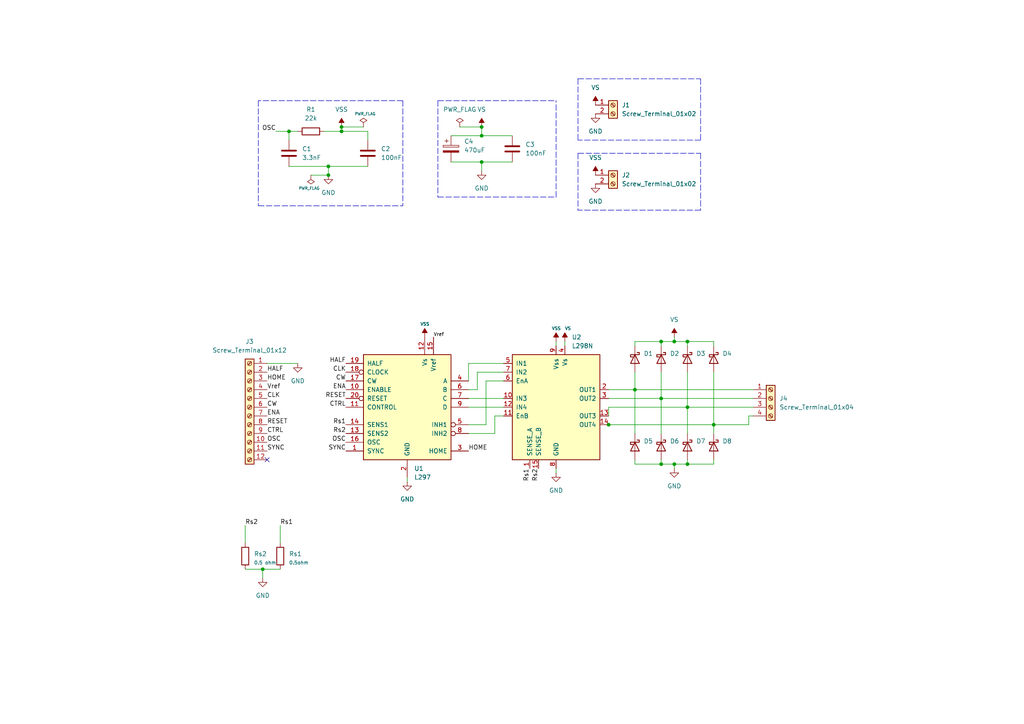
<source format=kicad_sch>
(kicad_sch (version 20211123) (generator eeschema)
  (paper "A4")
  (title_block (title "Two phase bipolar stepper motor") (date "2023-02-21") (rev "REV1") (company "My company"))
  (lib_symbols
    (symbol "Connector:Screw_Terminal_01x02" (pin_names (offset 1.016) hide)
      (property "Reference" "J" (at 0 2.54 0))
      (property "Value" "Screw_Terminal_01x02" (at 0 -5.08 0))
      (symbol "Screw_Terminal_01x02_1_1"
        (rectangle (start -1.27 1.27) (end 1.27 -3.81) (stroke (width 0.254)) (fill (type background)))
        (circle (center 0 -2.54) (radius 0.635) (stroke (width 0.1524)))
        (polyline (pts (xy -0.5334 -2.2098) (xy 0.3302 -3.048)) (stroke (width 0.1524)))
        (polyline (pts (xy -0.5334 0.3302) (xy 0.3302 -0.508)) (stroke (width 0.1524)))
        (polyline (pts (xy -0.3556 -2.032) (xy 0.508 -2.8702)) (stroke (width 0.1524)))
        (polyline (pts (xy -0.3556 0.508) (xy 0.508 -0.3302)) (stroke (width 0.1524)))
        (circle (center 0 0) (radius 0.635) (stroke (width 0.1524)))
        (pin passive line (at -5.08 0 0) (length 3.81) (name "Pin_1") (number "1"))
        (pin passive line (at -5.08 -2.54 0) (length 3.81) (name "Pin_2") (number "2"))
      )
    )
    (symbol "Connector:Screw_Terminal_01x04" (pin_names (offset 1.016) hide)
      (property "Reference" "J" (at 0 5.08 0))
      (property "Value" "Screw_Terminal_01x04" (at 0 -7.62 0))
      (symbol "Screw_Terminal_01x04_1_1"
        (rectangle (start -1.27 3.81) (end 1.27 -6.35) (stroke (width 0.254)) (fill (type background)))
        (circle (center 0 -5.08) (radius 0.635) (stroke (width 0.1524)))
        (circle (center 0 -2.54) (radius 0.635) (stroke (width 0.1524)))
        (polyline (pts (xy -0.5334 -4.7498) (xy 0.3302 -5.588)) (stroke (width 0.1524)))
        (polyline (pts (xy -0.5334 -2.2098) (xy 0.3302 -3.048)) (stroke (width 0.1524)))
        (polyline (pts (xy -0.5334 0.3302) (xy 0.3302 -0.508)) (stroke (width 0.1524)))
        (polyline (pts (xy -0.5334 2.8702) (xy 0.3302 2.032)) (stroke (width 0.1524)))
        (polyline (pts (xy -0.3556 -4.572) (xy 0.508 -5.4102)) (stroke (width 0.1524)))
        (polyline (pts (xy -0.3556 -2.032) (xy 0.508 -2.8702)) (stroke (width 0.1524)))
        (polyline (pts (xy -0.3556 0.508) (xy 0.508 -0.3302)) (stroke (width 0.1524)))
        (polyline (pts (xy -0.3556 3.048) (xy 0.508 2.2098)) (stroke (width 0.1524)))
        (circle (center 0 0) (radius 0.635) (stroke (width 0.1524)))
        (circle (center 0 2.54) (radius 0.635) (stroke (width 0.1524)))
        (pin passive line (at -5.08 2.54 0) (length 3.81) (name "Pin_1") (number "1"))
        (pin passive line (at -5.08 0 0) (length 3.81) (name "Pin_2") (number "2"))
        (pin passive line (at -5.08 -2.54 0) (length 3.81) (name "Pin_3") (number "3"))
        (pin passive line (at -5.08 -5.08 0) (length 3.81) (name "Pin_4") (number "4"))
      )
    )
    (symbol "Connector:Screw_Terminal_01x12" (pin_names (offset 1.016) hide)
      (property "Reference" "J" (at 0 15.24 0))
      (property "Value" "Screw_Terminal_01x12" (at 0 -17.78 0))
      (symbol "Screw_Terminal_01x12_1_1"
        (rectangle (start -1.27 13.97) (end 1.27 -16.51) (stroke (width 0.254)) (fill (type background)))
        (circle (center 0 -15.24) (radius 0.635) (stroke (width 0.1524)))
        (circle (center 0 -12.7) (radius 0.635) (stroke (width 0.1524)))
        (circle (center 0 -10.16) (radius 0.635) (stroke (width 0.1524)))
        (circle (center 0 -7.62) (radius 0.635) (stroke (width 0.1524)))
        (circle (center 0 -5.08) (radius 0.635) (stroke (width 0.1524)))
        (circle (center 0 -2.54) (radius 0.635) (stroke (width 0.1524)))
        (polyline (pts (xy -0.5334 -14.9098) (xy 0.3302 -15.748)) (stroke (width 0.1524)))
        (polyline (pts (xy -0.5334 -12.3698) (xy 0.3302 -13.208)) (stroke (width 0.1524)))
        (polyline (pts (xy -0.5334 -9.8298) (xy 0.3302 -10.668)) (stroke (width 0.1524)))
        (polyline (pts (xy -0.5334 -7.2898) (xy 0.3302 -8.128)) (stroke (width 0.1524)))
        (polyline (pts (xy -0.5334 -4.7498) (xy 0.3302 -5.588)) (stroke (width 0.1524)))
        (polyline (pts (xy -0.5334 -2.2098) (xy 0.3302 -3.048)) (stroke (width 0.1524)))
        (polyline (pts (xy -0.5334 0.3302) (xy 0.3302 -0.508)) (stroke (width 0.1524)))
        (polyline (pts (xy -0.5334 2.8702) (xy 0.3302 2.032)) (stroke (width 0.1524)))
        (polyline (pts (xy -0.5334 5.4102) (xy 0.3302 4.572)) (stroke (width 0.1524)))
        (polyline (pts (xy -0.5334 7.9502) (xy 0.3302 7.112)) (stroke (width 0.1524)))
        (polyline (pts (xy -0.5334 10.4902) (xy 0.3302 9.652)) (stroke (width 0.1524)))
        (polyline (pts (xy -0.5334 13.0302) (xy 0.3302 12.192)) (stroke (width 0.1524)))
        (polyline (pts (xy -0.3556 -14.732) (xy 0.508 -15.5702)) (stroke (width 0.1524)))
        (polyline (pts (xy -0.3556 -12.192) (xy 0.508 -13.0302)) (stroke (width 0.1524)))
        (polyline (pts (xy -0.3556 -9.652) (xy 0.508 -10.4902)) (stroke (width 0.1524)))
        (polyline (pts (xy -0.3556 -7.112) (xy 0.508 -7.9502)) (stroke (width 0.1524)))
        (polyline (pts (xy -0.3556 -4.572) (xy 0.508 -5.4102)) (stroke (width 0.1524)))
        (polyline (pts (xy -0.3556 -2.032) (xy 0.508 -2.8702)) (stroke (width 0.1524)))
        (polyline (pts (xy -0.3556 0.508) (xy 0.508 -0.3302)) (stroke (width 0.1524)))
        (polyline (pts (xy -0.3556 3.048) (xy 0.508 2.2098)) (stroke (width 0.1524)))
        (polyline (pts (xy -0.3556 5.588) (xy 0.508 4.7498)) (stroke (width 0.1524)))
        (polyline (pts (xy -0.3556 8.128) (xy 0.508 7.2898)) (stroke (width 0.1524)))
        (polyline (pts (xy -0.3556 10.668) (xy 0.508 9.8298)) (stroke (width 0.1524)))
        (polyline (pts (xy -0.3556 13.208) (xy 0.508 12.3698)) (stroke (width 0.1524)))
        (circle (center 0 0) (radius 0.635) (stroke (width 0.1524)))
        (circle (center 0 2.54) (radius 0.635) (stroke (width 0.1524)))
        (circle (center 0 5.08) (radius 0.635) (stroke (width 0.1524)))
        (circle (center 0 7.62) (radius 0.635) (stroke (width 0.1524)))
        (circle (center 0 10.16) (radius 0.635) (stroke (width 0.1524)))
        (circle (center 0 12.7) (radius 0.635) (stroke (width 0.1524)))
        (pin passive line (at -5.08 12.7 0) (length 3.81) (name "Pin_1") (number "1"))
        (pin passive line (at -5.08 -10.16 0) (length 3.81) (name "Pin_10") (number "10"))
        (pin passive line (at -5.08 -12.7 0) (length 3.81) (name "Pin_11") (number "11"))
        (pin passive line (at -5.08 -15.24 0) (length 3.81) (name "Pin_12") (number "12"))
        (pin passive line (at -5.08 10.16 0) (length 3.81) (name "Pin_2") (number "2"))
        (pin passive line (at -5.08 7.62 0) (length 3.81) (name "Pin_3") (number "3"))
        (pin passive line (at -5.08 5.08 0) (length 3.81) (name "Pin_4") (number "4"))
        (pin passive line (at -5.08 2.54 0) (length 3.81) (name "Pin_5") (number "5"))
        (pin passive line (at -5.08 0 0) (length 3.81) (name "Pin_6") (number "6"))
        (pin passive line (at -5.08 -2.54 0) (length 3.81) (name "Pin_7") (number "7"))
        (pin passive line (at -5.08 -5.08 0) (length 3.81) (name "Pin_8") (number "8"))
        (pin passive line (at -5.08 -7.62 0) (length 3.81) (name "Pin_9") (number "9"))
      )
    )
    (symbol "Device:C" (pin_numbers hide) (pin_names (offset 0.254))
      (property "Reference" "C" (at 0.635 2.54 0))
      (property "Value" "C" (at 0.635 -2.54 0))
      (symbol "C_0_1"
        (polyline (pts (xy -2.032 -0.762) (xy 2.032 -0.762)) (stroke (width 0.508)))
        (polyline (pts (xy -2.032 0.762) (xy 2.032 0.762)) (stroke (width 0.508)))
      )
      (symbol "C_1_1"
        (pin passive line (at 0 3.81 270) (length 2.794) (name "~") (number "1"))
        (pin passive line (at 0 -3.81 90) (length 2.794) (name "~") (number "2"))
      )
    )
    (symbol "Device:C_Polarized" (pin_numbers hide) (pin_names (offset 0.254))
      (property "Reference" "C" (at 0.635 2.54 0))
      (property "Value" "C_Polarized" (at 0.635 -2.54 0))
      (symbol "C_Polarized_0_1"
        (rectangle (start -2.286 0.508) (end 2.286 1.016))
        (polyline (pts (xy -1.778 2.286) (xy -0.762 2.286)))
        (polyline (pts (xy -1.27 2.794) (xy -1.27 1.778)))
        (rectangle (start 2.286 -0.508) (end -2.286 -1.016) (fill (type outline)))
      )
      (symbol "C_Polarized_1_1"
        (pin passive line (at 0 3.81 270) (length 2.794) (name "~") (number "1"))
        (pin passive line (at 0 -3.81 90) (length 2.794) (name "~") (number "2"))
      )
    )
    (symbol "Device:D_Schottky" (pin_numbers hide) (pin_names (offset 1.016) hide)
      (property "Reference" "D" (at 0 2.54 0))
      (property "Value" "D_Schottky" (at 0 -2.54 0))
      (symbol "D_Schottky_0_1"
        (polyline (pts (xy 1.27 0) (xy -1.27 0)))
        (polyline (pts (xy 1.27 1.27) (xy 1.27 -1.27) (xy -1.27 0) (xy 1.27 1.27)) (stroke (width 0.254)))
        (polyline (pts (xy -1.905 0.635) (xy -1.905 1.27) (xy -1.27 1.27) (xy -1.27 -1.27) (xy -0.635 -1.27) (xy -0.635 -0.635)) (stroke (width 0.254)))
      )
      (symbol "D_Schottky_1_1"
        (pin passive line (at -3.81 0 0) (length 2.54) (name "K") (number "1"))
        (pin passive line (at 3.81 0 180) (length 2.54) (name "A") (number "2"))
      )
    )
    (symbol "Device:R" (pin_numbers hide) (pin_names (offset 0))
      (property "Reference" "R" (at 2.032 0 90))
      (property "Value" "R" (at 0 0 90))
      (symbol "R_0_1"
        (rectangle (start -1.016 -2.54) (end 1.016 2.54) (stroke (width 0.254)))
      )
      (symbol "R_1_1"
        (pin passive line (at 0 3.81 270) (length 1.27) (name "~") (number "1"))
        (pin passive line (at 0 -3.81 90) (length 1.27) (name "~") (number "2"))
      )
    )
    (symbol "Driver_Motor:L297" (pin_names (offset 1.016))
      (property "Reference" "U" (at -6.35 19.05 0))
      (property "Value" "L297" (at -6.35 16.51 0))
      (symbol "L297_0_1"
        (rectangle (start -12.7 15.24) (end 12.7 -15.24) (stroke (width 0.254)) (fill (type background)))
      )
      (symbol "L297_1_0"
        (pin input line (at -17.78 0 0) (length 5.08) (name "CONTROL") (number "11"))
        (pin power_in line (at 5.08 20.32 270) (length 5.08) (name "Vs") (number "12"))
        (pin input line (at -17.78 -7.62 0) (length 5.08) (name "SENS2") (number "13"))
        (pin input line (at -17.78 -5.08 0) (length 5.08) (name "SENS1") (number "14"))
        (pin input line (at 7.62 20.32 270) (length 5.08) (name "Vref") (number "15"))
        (pin input line (at -17.78 -10.16 0) (length 5.08) (name "OSC") (number "16"))
        (pin input line (at -17.78 7.62 0) (length 5.08) (name "CW") (number "17"))
        (pin input inverted (at -17.78 10.16 0) (length 5.08) (name "CLOCK") (number "18"))
        (pin input line (at -17.78 12.7 0) (length 5.08) (name "HALF") (number "19"))
        (pin input inverted (at -17.78 2.54 0) (length 5.08) (name "RESET") (number "20"))
      )
      (symbol "L297_1_1"
        (pin bidirectional line (at -17.78 -12.7 0) (length 5.08) (name "SYNC") (number "1"))
        (pin input line (at -17.78 5.08 0) (length 5.08) (name "ENABLE") (number "10"))
        (pin power_in line (at 0 -20.32 90) (length 5.08) (name "GND") (number "2"))
        (pin open_collector line (at 17.78 -12.7 180) (length 5.08) (name "HOME") (number "3"))
        (pin output line (at 17.78 7.62 180) (length 5.08) (name "A") (number "4"))
        (pin output inverted (at 17.78 -5.08 180) (length 5.08) (name "INH1") (number "5"))
        (pin output line (at 17.78 5.08 180) (length 5.08) (name "B") (number "6"))
        (pin output line (at 17.78 2.54 180) (length 5.08) (name "C") (number "7"))
        (pin output inverted (at 17.78 -7.62 180) (length 5.08) (name "INH2") (number "8"))
        (pin output line (at 17.78 0 180) (length 5.08) (name "D") (number "9"))
      )
    )
    (symbol "Driver_Motor:L298N" (pin_names (offset 1.016))
      (property "Reference" "U" (at -10.16 16.51 0))
      (property "Value" "L298N" (at 12.7 16.51 0))
      (symbol "L298N_0_1"
        (rectangle (start -12.7 15.24) (end 12.7 -15.24) (stroke (width 0.254)) (fill (type background)))
      )
      (symbol "L298N_1_1"
        (pin power_in line (at -7.62 -17.78 90) (length 2.54) (name "SENSE_A") (number "1"))
        (pin input line (at -15.24 2.54 0) (length 2.54) (name "IN3") (number "10"))
        (pin input line (at -15.24 -2.54 0) (length 2.54) (name "EnB") (number "11"))
        (pin input line (at -15.24 0 0) (length 2.54) (name "IN4") (number "12"))
        (pin output line (at 15.24 -2.54 180) (length 2.54) (name "OUT3") (number "13"))
        (pin output line (at 15.24 -5.08 180) (length 2.54) (name "OUT4") (number "14"))
        (pin power_in line (at -5.08 -17.78 90) (length 2.54) (name "SENSE_B") (number "15"))
        (pin output line (at 15.24 5.08 180) (length 2.54) (name "OUT1") (number "2"))
        (pin output line (at 15.24 2.54 180) (length 2.54) (name "OUT2") (number "3"))
        (pin power_in line (at 2.54 17.78 270) (length 2.54) (name "Vs") (number "4"))
        (pin input line (at -15.24 12.7 0) (length 2.54) (name "IN1") (number "5"))
        (pin input line (at -15.24 7.62 0) (length 2.54) (name "EnA") (number "6"))
        (pin input line (at -15.24 10.16 0) (length 2.54) (name "IN2") (number "7"))
        (pin power_in line (at 0 -17.78 90) (length 2.54) (name "GND") (number "8"))
        (pin power_in line (at 0 17.78 270) (length 2.54) (name "Vss") (number "9"))
      )
    )
    (symbol "power:GND" (power) (pin_names (offset 0))
      (property "Value" "GND" (at 0 -3.81 0))
      (symbol "GND_0_1"
        (polyline (pts (xy 0 0) (xy 0 -1.27) (xy 1.27 -1.27) (xy 0 -2.54) (xy -1.27 -1.27) (xy 0 -1.27)))
      )
      (symbol "GND_1_1"
        (pin power_in line (at 0 0 270) (length 0) hide (name "GND") (number "1"))
      )
    )
    (symbol "power:PWR_FLAG" (power) (pin_numbers hide) (pin_names (offset 0) hide)
      (property "Value" "PWR_FLAG" (at 0 3.81 0))
      (symbol "PWR_FLAG_0_0"
        (pin power_out line (at 0 0 90) (length 0) (name "pwr") (number "1"))
      )
      (symbol "PWR_FLAG_0_1"
        (polyline (pts (xy 0 0) (xy 0 1.27) (xy -1.016 1.905) (xy 0 2.54) (xy 1.016 1.905) (xy 0 1.27)))
      )
    )
    (symbol "power:VS" (power) (pin_names (offset 0))
      (property "Value" "VS" (at 0 3.81 0))
      (symbol "VS_0_1"
        (polyline (pts (xy 0 0) (xy 0 2.54)))
        (polyline (pts (xy 0.762 1.27) (xy -0.762 1.27) (xy 0 2.54) (xy 0.762 1.27)) (fill (type outline)))
      )
      (symbol "VS_1_1"
        (pin power_in line (at 0 0 90) (length 0) hide (name "VS") (number "1"))
      )
    )
    (symbol "power:VSS" (power) (pin_names (offset 0))
      (property "Value" "VSS" (at 0 3.81 0))
      (symbol "VSS_0_1"
        (polyline (pts (xy 0 0) (xy 0 2.54)))
        (polyline (pts (xy 0.762 1.27) (xy -0.762 1.27) (xy 0 2.54) (xy 0.762 1.27)) (fill (type outline)))
      )
      (symbol "VSS_1_1"
        (pin power_in line (at 0 0 90) (length 0) hide (name "VSS") (number "1"))
      )
    )
  )
  (junction (at 195.58 134.62))
  (junction (at 191.77 134.62))
  (junction (at 207.01 123.19))
  (junction (at 184.15 113.03))
  (junction (at 191.77 115.57))
  (junction (at 199.39 118.11))
  (junction (at 139.7 39.37))
  (junction (at 195.58 99.06))
  (junction (at 95.25 50.8))
  (junction (at 199.39 99.06))
  (junction (at 199.39 134.62))
  (junction (at 83.82 38.1))
  (junction (at 76.2 165.1))
  (junction (at 139.7 46.99))
  (junction (at 176.53 123.19))
  (junction (at 191.77 99.06))
  (junction (at 99.06 38.1))
  (junction (at 139.7 36.83))
  (junction (at 99.06 36.83))
  (junction (at 95.25 48.26))
  (no_connect (at 77.47 133.35))
  (polyline (pts (xy 167.64 22.86) (xy 203.2 22.86)))
  (wire (pts (xy 191.77 99.06) (xy 195.58 99.06)))
  (polyline (pts (xy 161.29 57.15) (xy 161.29 29.21)))
  (polyline (pts (xy 74.93 59.69) (xy 116.84 59.69)))
  (wire (pts (xy 191.77 134.62) (xy 184.15 134.62)))
  (polyline (pts (xy 203.2 40.64) (xy 167.64 40.64)))
  (wire (pts (xy 106.68 38.1) (xy 106.68 40.64)))
  (wire (pts (xy 199.39 99.06) (xy 199.39 100.33)))
  (wire (pts (xy 83.82 48.26) (xy 95.25 48.26)))
  (wire (pts (xy 71.12 152.4) (xy 71.12 157.48)))
  (wire (pts (xy 176.53 115.57) (xy 191.77 115.57)))
  (wire (pts (xy 199.39 118.11) (xy 199.39 125.73)))
  (wire (pts (xy 184.15 99.06) (xy 191.77 99.06)))
  (wire (pts (xy 184.15 107.95) (xy 184.15 113.03)))
  (wire (pts (xy 143.51 125.73) (xy 135.89 125.73)))
  (wire (pts (xy 217.17 120.65) (xy 217.17 123.19)))
  (wire (pts (xy 93.98 38.1) (xy 99.06 38.1)))
  (polyline (pts (xy 127 29.21) (xy 161.29 29.21)))
  (polyline (pts (xy 116.84 29.21) (xy 116.84 59.69)))
  (wire (pts (xy 199.39 133.35) (xy 199.39 134.62)))
  (polyline (pts (xy 116.84 29.21) (xy 74.93 29.21)))
  (wire (pts (xy 139.7 46.99) (xy 139.7 49.53)))
  (wire (pts (xy 163.83 99.06) (xy 163.83 100.33)))
  (wire (pts (xy 99.06 36.83) (xy 99.06 38.1)))
  (wire (pts (xy 199.39 134.62) (xy 195.58 134.62)))
  (wire (pts (xy 207.01 99.06) (xy 207.01 100.33)))
  (wire (pts (xy 118.11 138.43) (xy 118.11 139.7)))
  (wire (pts (xy 99.06 38.1) (xy 106.68 38.1)))
  (wire (pts (xy 133.35 36.83) (xy 139.7 36.83)))
  (wire (pts (xy 140.97 123.19) (xy 135.89 123.19)))
  (wire (pts (xy 191.77 115.57) (xy 218.44 115.57)))
  (wire (pts (xy 176.53 123.19) (xy 207.01 123.19)))
  (wire (pts (xy 135.89 105.41) (xy 146.05 105.41)))
  (wire (pts (xy 195.58 99.06) (xy 199.39 99.06)))
  (polyline (pts (xy 203.2 44.45) (xy 203.2 60.96)))
  (wire (pts (xy 130.81 39.37) (xy 139.7 39.37)))
  (polyline (pts (xy 167.64 44.45) (xy 167.64 60.96)))
  (wire (pts (xy 81.28 152.4) (xy 81.28 157.48)))
  (wire (pts (xy 140.97 110.49) (xy 140.97 123.19)))
  (wire (pts (xy 199.39 118.11) (xy 218.44 118.11)))
  (wire (pts (xy 217.17 120.65) (xy 218.44 120.65)))
  (wire (pts (xy 199.39 107.95) (xy 199.39 118.11)))
  (wire (pts (xy 191.77 99.06) (xy 191.77 100.33)))
  (wire (pts (xy 76.2 165.1) (xy 81.28 165.1)))
  (polyline (pts (xy 167.64 44.45) (xy 203.2 44.45)))
  (polyline (pts (xy 203.2 22.86) (xy 203.2 40.64)))
  (wire (pts (xy 184.15 113.03) (xy 218.44 113.03)))
  (wire (pts (xy 175.26 123.19) (xy 176.53 123.19)))
  (wire (pts (xy 139.7 46.99) (xy 148.59 46.99)))
  (wire (pts (xy 207.01 123.19) (xy 217.17 123.19)))
  (wire (pts (xy 90.17 50.8) (xy 95.25 50.8)))
  (wire (pts (xy 176.53 118.11) (xy 199.39 118.11)))
  (wire (pts (xy 199.39 99.06) (xy 207.01 99.06)))
  (wire (pts (xy 161.29 135.89) (xy 161.29 137.16)))
  (wire (pts (xy 95.25 48.26) (xy 95.25 50.8)))
  (wire (pts (xy 99.06 36.83) (xy 105.41 36.83)))
  (wire (pts (xy 135.89 113.03) (xy 138.43 113.03)))
  (wire (pts (xy 77.47 105.41) (xy 86.36 105.41)))
  (wire (pts (xy 139.7 39.37) (xy 148.59 39.37)))
  (polyline (pts (xy 74.93 29.21) (xy 74.93 59.69)))
  (wire (pts (xy 184.15 133.35) (xy 184.15 134.62)))
  (wire (pts (xy 71.12 165.1) (xy 76.2 165.1)))
  (wire (pts (xy 184.15 113.03) (xy 184.15 125.73)))
  (wire (pts (xy 176.53 113.03) (xy 184.15 113.03)))
  (wire (pts (xy 195.58 134.62) (xy 195.58 135.89)))
  (wire (pts (xy 80.01 38.1) (xy 83.82 38.1)))
  (polyline (pts (xy 203.2 60.96) (xy 167.64 60.96)))
  (wire (pts (xy 146.05 120.65) (xy 143.51 120.65)))
  (wire (pts (xy 207.01 133.35) (xy 207.01 134.62)))
  (wire (pts (xy 138.43 113.03) (xy 138.43 107.95)))
  (wire (pts (xy 138.43 107.95) (xy 146.05 107.95)))
  (wire (pts (xy 176.53 120.65) (xy 176.53 118.11)))
  (wire (pts (xy 207.01 107.95) (xy 207.01 123.19)))
  (wire (pts (xy 161.29 99.06) (xy 161.29 100.33)))
  (wire (pts (xy 207.01 123.19) (xy 207.01 125.73)))
  (polyline (pts (xy 167.64 22.86) (xy 167.64 40.64)))
  (wire (pts (xy 195.58 97.79) (xy 195.58 99.06)))
  (wire (pts (xy 86.36 38.1) (xy 83.82 38.1)))
  (wire (pts (xy 130.81 46.99) (xy 139.7 46.99)))
  (wire (pts (xy 76.2 165.1) (xy 76.2 167.64)))
  (wire (pts (xy 191.77 115.57) (xy 191.77 125.73)))
  (wire (pts (xy 95.25 48.26) (xy 106.68 48.26)))
  (wire (pts (xy 135.89 115.57) (xy 146.05 115.57)))
  (wire (pts (xy 146.05 110.49) (xy 140.97 110.49)))
  (wire (pts (xy 195.58 134.62) (xy 191.77 134.62)))
  (wire (pts (xy 135.89 110.49) (xy 135.89 105.41)))
  (polyline (pts (xy 127 29.21) (xy 127 57.15)))
  (wire (pts (xy 191.77 133.35) (xy 191.77 134.62)))
  (wire (pts (xy 207.01 134.62) (xy 199.39 134.62)))
  (wire (pts (xy 143.51 120.65) (xy 143.51 125.73)))
  (wire (pts (xy 139.7 36.83) (xy 139.7 39.37)))
  (polyline (pts (xy 127 57.15) (xy 161.29 57.15)))
  (wire (pts (xy 135.89 118.11) (xy 146.05 118.11)))
  (wire (pts (xy 83.82 38.1) (xy 83.82 40.64)))
  (wire (pts (xy 184.15 100.33) (xy 184.15 99.06)))
  (wire (pts (xy 191.77 107.95) (xy 191.77 115.57)))
  (label "Rs1" (at 100.33 123.19 180))
  (label "ENA" (at 100.33 113.03 180))
  (label "Rs1" (at 81.28 152.4 0))
  (label "OSC" (at 77.47 128.27 0))
  (label "OSC" (at 100.33 128.27 180))
  (label "CLK" (at 100.33 107.95 180))
  (label "CTRL" (at 77.47 125.73 0))
  (label "OSC" (at 80.01 38.1 180))
  (label "HOME" (at 135.89 130.81 0))
  (label "Rs2" (at 71.12 152.4 0))
  (label "SYNC" (at 100.33 130.81 180))
  (label "HOME" (at 77.47 110.49 0))
  (label "Vref" (at 77.47 113.03 0))
  (label "ENA" (at 77.47 120.65 0))
  (label "Rs2" (at 100.33 125.73 180))
  (label "Vref" (at 125.73 97.79 0) (effects (font (size 1 1))))
  (label "Rs2" (at 156.21 135.89 270))
  (label "CW" (at 100.33 110.49 180))
  (label "SYNC" (at 77.47 130.81 0))
  (label "CLK" (at 77.47 115.57 0))
  (label "HALF" (at 77.47 107.95 0))
  (label "RESET" (at 77.47 123.19 0))
  (label "RESET" (at 100.33 115.57 180))
  (label "HALF" (at 100.33 105.41 180))
  (label "CW" (at 77.47 118.11 0))
  (label "Rs1" (at 153.67 135.89 270))
  (label "CTRL" (at 100.33 118.11 180))
  (symbol (lib_id "Device:D_Schottky") (at 207.01 104.14 270) (unit 1)
    (property "Reference" "D4" (at 209.55 102.5524 90) (effects (justify left)))
    (property "Value" " " (at 209.55 105.0924 90) (effects (justify left)))
  )
  (symbol (lib_id "Connector:Screw_Terminal_01x02") (at 177.8 50.8 0) (unit 1)
    (property "Reference" "J2" (at 180.34 50.7999 0) (effects (justify left)))
    (property "Value" "Screw_Terminal_01x02" (at 180.34 53.3399 0) (effects (justify left)))
  )
  (symbol (lib_id "Connector:Screw_Terminal_01x12") (at 72.39 118.11 0) (mirror y) (unit 1)
    (property "Reference" "J3" (at 72.39 99.06 0))
    (property "Value" "Screw_Terminal_01x12" (at 72.39 101.6 0))
  )
  (symbol (lib_id "Device:D_Schottky") (at 191.77 129.54 270) (unit 1)
    (property "Reference" "D6" (at 194.31 127.9524 90) (effects (justify left)))
    (property "Value" " " (at 194.31 130.4924 90) (effects (justify left)))
  )
  (symbol (lib_id "Device:D_Schottky") (at 191.77 104.14 270) (unit 1)
    (property "Reference" "D2" (at 194.31 102.5524 90) (effects (justify left)))
    (property "Value" " " (at 194.31 105.0924 90) (effects (justify left)))
  )
  (symbol (lib_id "Device:R") (at 71.12 161.29 0) (unit 1)
    (property "Reference" "Rs2" (at 73.66 160.6549 0) (effects (justify left)))
    (property "Value" "0.5 ohm" (at 73.66 163.195 0) (effects (font (size 1 1)) (justify left)))
  )
  (symbol (lib_id "power:VSS") (at 161.29 99.06 0) (unit 1)
    (property "Reference" "#PWR0111" (effects hide))
    (property "Value" "VSS" (at 160.02 95.25 0) (effects (font (size 0.9 0.9)) (justify left)))
  )
  (symbol (lib_id "power:GND") (at 95.25 50.8 0) (unit 1)
    (property "Reference" "#PWR0110" (effects hide))
    (property "Value" "GND" (at 95.25 55.88 0))
  )
  (symbol (lib_id "power:VS") (at 163.83 99.06 0) (unit 1)
    (property "Reference" "#PWR0112" (effects hide))
    (property "Value" "VS" (at 163.83 95.25 0) (effects (font (size 0.9 0.9)) (justify left)))
  )
  (symbol (lib_id "Connector:Screw_Terminal_01x02") (at 177.8 30.48 0) (unit 1)
    (property "Reference" "J1" (at 180.34 30.4799 0) (effects (justify left)))
    (property "Value" "Screw_Terminal_01x02" (at 180.34 33.0199 0) (effects (justify left)))
  )
  (symbol (lib_id "power:PWR_FLAG") (at 105.41 36.83 0) (unit 1)
    (property "Reference" "#FLG0103" (effects hide))
    (property "Value" "PWR_FLAG" (at 102.87 33.02 0) (effects (font (size 0.8 0.8)) (justify left)))
  )
  (symbol (lib_id "Device:R") (at 90.17 38.1 90) (unit 1)
    (property "Reference" "R1" (at 90.17 31.75 90))
    (property "Value" "22k" (at 90.17 34.29 90))
  )
  (symbol (lib_id "Device:C_Polarized") (at 130.81 43.18 0) (unit 1)
    (property "Reference" "C4" (at 134.62 41.0209 0) (effects (justify left)))
    (property "Value" "470uF" (at 134.62 43.5609 0) (effects (justify left)))
  )
  (symbol (lib_id "power:GND") (at 161.29 137.16 0) (unit 1)
    (property "Reference" "#PWR0113" (effects hide))
    (property "Value" "GND" (at 161.29 142.24 0))
  )
  (symbol (lib_id "power:GND") (at 195.58 135.89 0) (unit 1)
    (property "Reference" "#PWR0108" (effects hide))
    (property "Value" "GND" (at 195.58 140.97 0))
  )
  (symbol (lib_id "power:VS") (at 172.72 30.48 0) (unit 1)
    (property "Reference" "#PWR0103" (effects hide))
    (property "Value" "VS" (at 172.72 25.4 0))
  )
  (symbol (lib_id "power:VS") (at 195.58 97.79 0) (unit 1)
    (property "Reference" "#PWR0102" (effects hide))
    (property "Value" "VS" (at 195.58 92.71 0))
  )
  (symbol (lib_id "Connector:Screw_Terminal_01x04") (at 223.52 115.57 0) (unit 1)
    (property "Reference" "J4" (at 226.06 115.5699 0) (effects (justify left)))
    (property "Value" "Screw_Terminal_01x04" (at 226.06 118.1099 0) (effects (justify left)))
  )
  (symbol (lib_id "power:PWR_FLAG") (at 133.35 36.83 0) (unit 1)
    (property "Reference" "#FLG0101" (effects hide))
    (property "Value" "PWR_FLAG" (at 133.35 31.75 0))
  )
  (symbol (lib_id "Device:D_Schottky") (at 184.15 129.54 270) (unit 1)
    (property "Reference" "D5" (at 186.69 127.9524 90) (effects (justify left)))
    (property "Value" " " (at 186.69 130.4924 90) (effects (justify left)))
  )
  (symbol (lib_id "power:VSS") (at 99.06 36.83 0) (unit 1)
    (property "Reference" "#PWR0109" (effects hide))
    (property "Value" "VSS" (at 99.06 31.75 0))
  )
  (symbol (lib_id "power:GND") (at 86.36 105.41 0) (unit 1)
    (property "Reference" "#PWR0117" (effects hide))
    (property "Value" "GND" (at 86.36 110.49 0))
  )
  (symbol (lib_id "power:GND") (at 172.72 33.02 0) (unit 1)
    (property "Reference" "#PWR0104" (effects hide))
    (property "Value" "GND" (at 172.72 38.1 0))
  )
  (symbol (lib_id "Device:R") (at 81.28 161.29 0) (unit 1)
    (property "Reference" "Rs1" (at 83.82 160.6549 0) (effects (justify left)))
    (property "Value" "0.5ohm" (at 83.82 163.195 0) (effects (font (size 1 1)) (justify left)))
  )
  (symbol (lib_id "power:VS") (at 139.7 36.83 0) (unit 1)
    (property "Reference" "#PWR0107" (effects hide))
    (property "Value" "VS" (at 139.7 31.75 0))
  )
  (symbol (lib_id "Device:D_Schottky") (at 207.01 129.54 270) (unit 1)
    (property "Reference" "D8" (at 209.55 127.9524 90) (effects (justify left)))
    (property "Value" " " (at 209.55 130.4924 90) (effects (justify left)))
  )
  (symbol (lib_id "power:VSS") (at 172.72 50.8 0) (unit 1)
    (property "Reference" "#PWR0105" (effects hide))
    (property "Value" "VSS" (at 172.72 45.72 0))
  )
  (symbol (lib_id "power:VSS") (at 123.19 97.79 0) (unit 1)
    (property "Reference" "#PWR0115" (effects hide))
    (property "Value" "VSS" (at 121.92 93.98 0) (effects (font (size 0.9 0.9)) (justify left)))
  )
  (symbol (lib_id "Device:D_Schottky") (at 184.15 104.14 270) (unit 1)
    (property "Reference" "D1" (at 186.69 102.5524 90) (effects (justify left)))
    (property "Value" " " (at 186.69 105.0924 90) (effects (justify left)))
  )
  (symbol (lib_id "power:GND") (at 118.11 139.7 0) (unit 1)
    (property "Reference" "#PWR0116" (effects hide))
    (property "Value" "GND" (at 118.11 144.78 0))
  )
  (symbol (lib_id "power:GND") (at 76.2 167.64 0) (unit 1)
    (property "Reference" "#PWR0114" (effects hide))
    (property "Value" "GND" (at 76.2 172.72 0))
  )
  (symbol (lib_id "power:GND") (at 139.7 49.53 0) (unit 1)
    (property "Reference" "#PWR0101" (effects hide))
    (property "Value" "GND" (at 139.7 54.61 0))
  )
  (symbol (lib_id "power:GND") (at 172.72 53.34 0) (unit 1)
    (property "Reference" "#PWR0106" (effects hide))
    (property "Value" "GND" (at 172.72 58.42 0))
  )
  (symbol (lib_id "Device:D_Schottky") (at 199.39 129.54 270) (unit 1)
    (property "Reference" "D7" (at 201.93 127.9524 90) (effects (justify left)))
    (property "Value" " " (at 201.93 130.4924 90) (effects (justify left)))
  )
  (symbol (lib_id "Driver_Motor:L297") (at 118.11 118.11 0) (unit 1)
    (property "Reference" "U1" (at 120.1294 135.89 0) (effects (justify left)))
    (property "Value" "L297" (at 120.1294 138.43 0) (effects (justify left)))
    (property "Datasheet" "www.st.com/resource/en/datasheet/cd00000063.pdf" (effects hide))
  )
  (symbol (lib_id "Device:D_Schottky") (at 199.39 104.14 270) (unit 1)
    (property "Reference" "D3" (at 201.93 102.5524 90) (effects (justify left)))
    (property "Value" " " (at 201.93 105.0924 90) (effects (justify left)))
  )
  (symbol (lib_id "Device:C") (at 83.82 44.45 0) (unit 1)
    (property "Reference" "C1" (at 87.63 43.1799 0) (effects (justify left)))
    (property "Value" "3.3nF" (at 87.63 45.7199 0) (effects (justify left)))
  )
  (symbol (lib_id "Device:C") (at 148.59 43.18 0) (unit 1)
    (property "Reference" "C3" (at 152.4 41.9099 0) (effects (justify left)))
    (property "Value" "100nF" (at 152.4 44.4499 0) (effects (justify left)))
  )
  (symbol (lib_id "Device:C") (at 106.68 44.45 0) (unit 1)
    (property "Reference" "C2" (at 110.49 43.1799 0) (effects (justify left)))
    (property "Value" "100nF" (at 110.49 45.7199 0) (effects (justify left)))
  )
  (symbol (lib_id "Driver_Motor:L298N") (at 161.29 118.11 0) (unit 1)
    (property "Reference" "U2" (at 165.8494 97.79 0) (effects (justify left)))
    (property "Value" "L298N" (at 165.8494 100.33 0) (effects (justify left)))
    (property "Footprint" "Package_TO_SOT_THT:TO-220-15_P2.54x2.54mm_StaggerOdd_Lead4.58mm_Vertical" (effects hide))
    (property "Datasheet" "http://www.st.com/st-web-ui/static/active/en/resource/technical/document/datasheet/CD00000240.pdf" (effects hide))
  )
  (symbol (lib_id "power:PWR_FLAG") (at 90.17 50.8 180) (unit 1)
    (property "Reference" "#FLG0102" (effects hide))
    (property "Value" "PWR_FLAG" (at 92.71 54.61 0) (effects (font (size 0.8 0.8)) (justify left)))
  )
)
</source>
